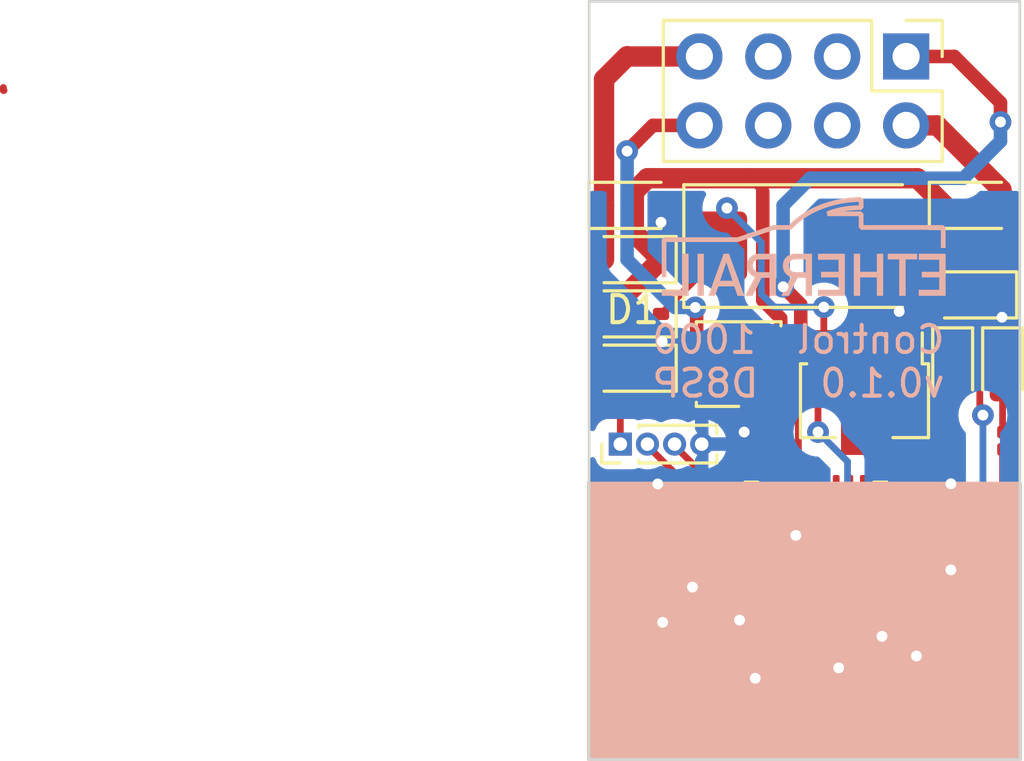
<source format=kicad_pcb>
(kicad_pcb (version 20221018) (generator pcbnew)
  (layers (0 "F.Cu" signal) (31 "B.Cu" signal) (34 "B.Paste" user) (35 "F.Paste" user) (36 "B.SilkS" user "B.Silkscreen") (37 "F.SilkS" user "F.Silkscreen") (38 "B.Mask" user) (39 "F.Mask" user) (44 "Edge.Cuts" user))
  (net 0 "")
  (net 1 "Net-(AE1-A)")
  (net 2 "Net-(D5-K)")
  (net 3 "GND")
  (net 4 "/Controller Power")
  (net 5 "Net-(U2-XTAL_P)")
  (net 6 "Net-(U2-XTAL_N)")
  (net 7 "/Power Sensing Input")
  (net 8 "/Antenna")
  (net 9 "/Unfiltered Power In")
  (net 10 "/Power Pickup Left")
  (net 11 "/Power Pickup Right")
  (net 12 "/USB Power In")
  (net 13 "Net-(D7-A)")
  (net 14 "Net-(D8-A)")
  (net 15 "/Motor Positive")
  (net 16 "/Light Rear (-)")
  (net 17 "/Motor Negative")
  (net 18 "/Light Front (-)")
  (net 19 "/Light Common (+)")
  (net 20 "Net-(U2-GPIO8)")
  (net 35 "/Motor Controlling PWM")
  (net 36 "/Motor Controlling Direction")
  (net 37 "/USB Data Negative")
  (net 38 "/USB Data Positive")
  (footprint "Package_DFN_QFN:QFN-32-1EP_5x5mm_P0.5mm_EP3.45x3.45mm" (layer "F.Cu") (at 109.9575 50.8125 90)
    (fp_text reference "U2" hide)
    (fp_text value "ESP32-C3" hide)
    (pad "1" smd roundrect (at -2.4375 -1.75 90) (size 0.875 0.25) (layers "F.Cu" "F.Paste" "F.Mask") (net 8 "/Antenna"))
    (pad "2" smd roundrect (at -2.4375 -1.25 90) (size 0.875 0.25) (layers "F.Cu" "F.Paste" "F.Mask") (net 4 "/Controller Power"))
    (pad "3" smd roundrect (at -2.4375 -0.75 90) (size 0.875 0.25) (layers "F.Cu" "F.Paste" "F.Mask") (net 4 "/Controller Power"))
    (pad "4" smd roundrect (at -2.4375 -0.25 90) (size 0.875 0.25) (layers "F.Cu" "F.Paste" "F.Mask"))
    (pad "5" smd roundrect (at -2.4375 0.25 90) (size 0.875 0.25) (layers "F.Cu" "F.Paste" "F.Mask") (net 7 "/Power Sensing Input"))
    (pad "6" smd roundrect (at -2.4375 0.75 90) (size 0.875 0.25) (layers "F.Cu" "F.Paste" "F.Mask"))
    (pad "7" smd roundrect (at -2.4375 1.25 90) (size 0.875 0.25) (layers "F.Cu" "F.Paste" "F.Mask") (net 4 "/Controller Power"))
    (pad "8" smd roundrect (at -2.4375 1.75 90) (size 0.875 0.25) (layers "F.Cu" "F.Paste" "F.Mask"))
    (pad "9" smd roundrect (at -1.75 2.4375 90) (size 0.25 0.875) (layers "F.Cu" "F.Paste" "F.Mask"))
    (pad "10" smd roundrect (at -1.25 2.4375 90) (size 0.25 0.875) (layers "F.Cu" "F.Paste" "F.Mask"))
    (pad "11" smd roundrect (at -0.75 2.4375 90) (size 0.25 0.875) (layers "F.Cu" "F.Paste" "F.Mask") (net 4 "/Controller Power"))
    (pad "12" smd roundrect (at -0.25 2.4375 90) (size 0.25 0.875) (layers "F.Cu" "F.Paste" "F.Mask"))
    (pad "13" smd roundrect (at 0.25 2.4375 90) (size 0.25 0.875) (layers "F.Cu" "F.Paste" "F.Mask"))
    (pad "14" smd roundrect (at 0.75 2.4375 90) (size 0.25 0.875) (layers "F.Cu" "F.Paste" "F.Mask") (net 20 "Net-(U2-GPIO8)"))
    (pad "15" smd roundrect (at 1.25 2.4375 90) (size 0.25 0.875) (layers "F.Cu" "F.Paste" "F.Mask"))
    (pad "16" smd roundrect (at 1.75 2.4375 90) (size 0.25 0.875) (layers "F.Cu" "F.Paste" "F.Mask"))
    (pad "17" smd roundrect (at 2.4375 1.75 90) (size 0.875 0.25) (layers "F.Cu" "F.Paste" "F.Mask") (net 4 "/Controller Power"))
    (pad "18" smd roundrect (at 2.4375 1.25 90) (size 0.875 0.25) (layers "F.Cu" "F.Paste" "F.Mask"))
    (pad "19" smd roundrect (at 2.4375 0.75 90) (size 0.875 0.25) (layers "F.Cu" "F.Paste" "F.Mask"))
    (pad "20" smd roundrect (at 2.4375 0.25 90) (size 0.875 0.25) (layers "F.Cu" "F.Paste" "F.Mask"))
    (pad "21" smd roundrect (at 2.4375 -0.25 90) (size 0.875 0.25) (layers "F.Cu" "F.Paste" "F.Mask"))
    (pad "22" smd roundrect (at 2.4375 -0.75 90) (size 0.875 0.25) (layers "F.Cu" "F.Paste" "F.Mask"))
    (pad "23" smd roundrect (at 2.4375 -1.25 90) (size 0.875 0.25) (layers "F.Cu" "F.Paste" "F.Mask") (net 36 "/Motor Controlling Direction"))
    (pad "24" smd roundrect (at 2.4375 -1.75 90) (size 0.875 0.25) (layers "F.Cu" "F.Paste" "F.Mask") (net 35 "/Motor Controlling PWM"))
    (pad "25" smd roundrect (at 1.75 -2.4375 90) (size 0.25 0.875) (layers "F.Cu" "F.Paste" "F.Mask") (net 37 "/USB Data Negative"))
    (pad "26" smd roundrect (at 1.25 -2.4375 90) (size 0.25 0.875) (layers "F.Cu" "F.Paste" "F.Mask") (net 38 "/USB Data Positive"))
    (pad "27" smd roundrect (at 0.75 -2.4375 90) (size 0.25 0.875) (layers "F.Cu" "F.Paste" "F.Mask"))
    (pad "28" smd roundrect (at 0.25 -2.4375 90) (size 0.25 0.875) (layers "F.Cu" "F.Paste" "F.Mask"))
    (pad "29" smd roundrect (at -0.25 -2.4375 90) (size 0.25 0.875) (layers "F.Cu" "F.Paste" "F.Mask") (net 6 "Net-(U2-XTAL_N)"))
    (pad "30" smd roundrect (at -0.75 -2.4375 90) (size 0.25 0.875) (layers "F.Cu" "F.Paste" "F.Mask") (net 5 "Net-(U2-XTAL_P)"))
    (pad "31" smd roundrect (at -1.25 -2.4375 90) (size 0.25 0.875) (layers "F.Cu" "F.Paste" "F.Mask") (net 4 "/Controller Power"))
    (pad "32" smd roundrect (at -1.75 -2.4375 90) (size 0.25 0.875) (layers "F.Cu" "F.Paste" "F.Mask") (net 4 "/Controller Power"))
    (pad "33" smd rect (at 0 0 90) (size 3.45 3.45) (layers "F.Cu" "F.Mask") (net 3 "GND"))
  )
  (footprint "Inductor_SMD:L_0201_0603Metric" (layer "F.Cu") (at 105.41 55.245 180)
    (fp_text reference "L1" hide)
    (fp_text value "2nH" hide)
    (pad "1" smd roundrect (at -0.32 0 180) (size 0.46 0.4) (layers "F.Cu" "F.Mask") (net 8 "/Antenna"))
    (pad "2" smd roundrect (at 0.32 0 180) (size 0.46 0.4) (layers "F.Cu" "F.Mask") (net 1 "Net-(AE1-A)"))
  )
  (footprint "Capacitor_Tantalum_SMD:CP_EIA-7343-30_AVX-N" (layer "F.Cu") (at 109.5 39.5)
    (fp_text reference "C1" hide)
    (fp_text value "100uF" hide)
    (pad "1" smd roundrect (at -3.1125 0) (size 2.075 2.55) (layers "F.Cu" "F.Paste" "F.Mask") (roundrect_rratio 0.120482) (net 2 "Net-(D5-K)"))
    (pad "2" smd roundrect (at 3.1125 0) (size 2.075 2.55) (layers "F.Cu" "F.Paste" "F.Mask") (roundrect_rratio 0.120482) (net 3 "GND"))
  )
  (footprint "Resistor_SMD:R_0201_0603Metric" (layer "F.Cu") (at 116 39.65 -90)
    (fp_text reference "R1" hide)
    (fp_text value "56k" hide)
    (pad "1" smd roundrect (at -0.32 0 270) (size 0.46 0.4) (layers "F.Cu" "F.Mask") (net 9 "/Unfiltered Power In"))
    (pad "2" smd roundrect (at 0.32 0 270) (size 0.46 0.4) (layers "F.Cu" "F.Mask") (net 7 "/Power Sensing Input"))
  )
  (footprint "Diode_SMD:D_SOD-323" (layer "F.Cu") (at 115.75 38)
    (fp_text reference "D4" hide)
    (fp_text value "D" hide)
    (pad "1" smd roundrect (at -1.05 0) (size 0.6 0.45) (layers "F.Cu" "F.Paste" "F.Mask") (net 9 "/Unfiltered Power In"))
    (pad "2" smd roundrect (at 1.05 0) (size 0.6 0.45) (layers "F.Cu" "F.Paste" "F.Mask") (net 11 "/Power Pickup Right"))
  )
  (footprint "Connector_PinHeader_1.00mm:PinHeader_1x04_P1.00mm_Vertical" (layer "F.Cu") (at 102.75 46.8 90)
    (fp_text reference "J2" hide)
    (fp_text value "Conn_01x04" hide)
    (pad "1" thru_hole rect (at 0 0 90) (size 0.85 0.85) (drill 0.5) (layers "*.Cu" "*.Mask") (net 12 "/USB Power In"))
    (pad "2" thru_hole oval (at 0 1 90) (size 0.85 0.85) (drill 0.5) (layers "*.Cu" "*.Mask") (net 38 "/USB Data Positive"))
    (pad "3" thru_hole oval (at 0 2 90) (size 0.85 0.85) (drill 0.5) (layers "*.Cu" "*.Mask") (net 37 "/USB Data Negative"))
    (pad "4" thru_hole oval (at 0 3 90) (size 0.85 0.85) (drill 0.5) (layers "*.Cu" "*.Mask") (net 3 "GND"))
  )
  (footprint "Resistor_SMD:R_0201_0603Metric" (layer "F.Cu") (at 114.5 39.65 90)
    (fp_text reference "R2" hide)
    (fp_text value "10k" hide)
    (pad "1" smd roundrect (at -0.32 0 90) (size 0.46 0.4) (layers "F.Cu" "F.Mask") (net 7 "/Power Sensing Input"))
    (pad "2" smd roundrect (at 0.32 0 90) (size 0.46 0.4) (layers "F.Cu" "F.Mask") (net 3 "GND"))
  )
  (footprint "Crystal:Crystal_SMD_3225-4Pin_3.2x2.5mm" (layer "F.Cu") (at 103.29 50.97 -90)
    (fp_text reference "Y2" hide)
    (fp_text value "Crystal_GND24" hide)
    (pad "1" smd rect (at -1.1 0.85 270) (size 1.4 1.2) (layers "F.Cu" "F.Paste" "F.Mask") (net 6 "Net-(U2-XTAL_N)"))
    (pad "2" smd rect (at 1.1 0.85 270) (size 1.4 1.2) (layers "F.Cu" "F.Paste" "F.Mask") (net 3 "GND"))
    (pad "3" smd rect (at 1.1 -0.85 270) (size 1.4 1.2) (layers "F.Cu" "F.Paste" "F.Mask") (net 5 "Net-(U2-XTAL_P)"))
    (pad "4" smd rect (at -1.1 -0.85 270) (size 1.4 1.2) (layers "F.Cu" "F.Paste" "F.Mask") (net 3 "GND"))
  )
  (footprint "Package_DFN_QFN:DFN-8-1EP_3x3mm_P0.65mm_EP1.55x2.4mm" (layer "F.Cu") (at 107.1125 43.85 180)
    (fp_text reference "U3" hide)
    (fp_text value "~" hide)
    (pad "1" smd rect (at -1.55 -0.975 180) (size 0.65 0.35) (layers "F.Cu" "F.Paste" "F.Mask") (net 35 "/Motor Controlling PWM"))
    (pad "2" smd rect (at -1.55 -0.325 180) (size 0.65 0.35) (layers "F.Cu" "F.Paste" "F.Mask") (net 36 "/Motor Controlling Direction"))
    (pad "3" smd rect (at -1.55 0.325 180) (size 0.65 0.35) (layers "F.Cu" "F.Paste" "F.Mask") (net 15 "/Motor Positive"))
    (pad "4" smd rect (at -1.55 0.975 180) (size 0.65 0.35) (layers "F.Cu" "F.Paste" "F.Mask") (net 9 "/Unfiltered Power In"))
    (pad "5" smd rect (at 1.55 0.975 180) (size 0.65 0.35) (layers "F.Cu" "F.Paste" "F.Mask") (net 17 "/Motor Negative"))
    (pad "6" smd rect (at 1.55 0.325 180) (size 0.65 0.35) (layers "F.Cu" "F.Paste" "F.Mask") (net 3 "GND"))
    (pad "7" smd rect (at 1.55 -0.325 180) (size 0.65 0.35) (layers "F.Cu" "F.Paste" "F.Mask"))
    (pad "8" smd rect (at 1.55 -0.975 180) (size 0.65 0.35) (layers "F.Cu" "F.Paste" "F.Mask"))
    (pad "9" smd rect (at 0 0 180) (size 1.55 2.4) (layers "F.Cu" "F.Mask"))
  )
  (footprint "Diode_SMD:D_SOD-323" (layer "F.Cu") (at 115.75 41.3 180)
    (fp_text reference "D3" hide)
    (fp_text value "D" hide)
    (pad "1" smd roundrect (at -1.05 0 180) (size 0.6 0.45) (layers "F.Cu" "F.Paste" "F.Mask") (net 11 "/Power Pickup Right"))
    (pad "2" smd roundrect (at 1.05 0 180) (size 0.6 0.45) (layers "F.Cu" "F.Paste" "F.Mask") (net 3 "GND"))
  )
  (footprint "Diode_SMD:D_SOD-323" (layer "F.Cu") (at 103.2 38)
    (fp_text reference "D2" hide)
    (fp_text value "D" hide)
    (pad "1" smd roundrect (at -1.05 0) (size 0.6 0.45) (layers "F.Cu" "F.Paste" "F.Mask") (net 10 "/Power Pickup Left"))
    (pad "2" smd roundrect (at 1.05 0) (size 0.6 0.45) (layers "F.Cu" "F.Paste" "F.Mask") (net 3 "GND"))
  )
  (footprint "Capacitor_SMD:C_0201_0603Metric" (layer "F.Cu") (at 109.25 54.75 -90)
    (fp_text reference "C3" hide)
    (fp_text value "1uF 10V 10%" hide)
    (pad "1" smd roundrect (at -0.32 0 270) (size 0.46 0.4) (layers "F.Cu" "F.Mask") (net 4 "/Controller Power"))
    (pad "2" smd roundrect (at 0.32 0 270) (size 0.46 0.4) (layers "F.Cu" "F.Mask") (net 3 "GND"))
  )
  (footprint "Capacitor_SMD:C_0201_0603Metric" (layer "F.Cu") (at 113.955 51.435)
    (fp_text reference "C5" hide)
    (fp_text value "100nF 10V 10%" hide)
    (pad "1" smd roundrect (at -0.32 0) (size 0.46 0.4) (layers "F.Cu" "F.Mask") (net 4 "/Controller Power"))
    (pad "2" smd roundrect (at 0.32 0) (size 0.46 0.4) (layers "F.Cu" "F.Mask") (net 3 "GND"))
  )
  (footprint "Capacitor_SMD:C_0201_0603Metric" (layer "F.Cu") (at 115.25 39.65 90)
    (fp_text reference "C11" hide)
    (fp_text value "1uF 10V 10%" hide)
    (pad "1" smd roundrect (at -0.32 0 90) (size 0.46 0.4) (layers "F.Cu" "F.Mask") (net 7 "/Power Sensing Input"))
    (pad "2" smd roundrect (at 0.32 0 90) (size 0.46 0.4) (layers "F.Cu" "F.Mask") (net 3 "GND"))
  )
  (footprint "Capacitor_SMD:C_0201_0603Metric" (layer "F.Cu") (at 105.73 52.705)
    (fp_text reference "C8" hide)
    (fp_text value "100nF 10V 10%" hide)
    (pad "1" smd roundrect (at -0.32 0) (size 0.46 0.4) (layers "F.Cu" "F.Mask") (net 4 "/Controller Power"))
    (pad "2" smd roundrect (at 0.32 0) (size 0.46 0.4) (layers "F.Cu" "F.Mask") (net 3 "GND"))
  )
  (footprint "Diode_SMD:D_SOD-323" (layer "F.Cu") (at 103.2 42 180)
    (fp_text reference "D6" hide)
    (fp_text value "D" hide)
    (pad "1" smd roundrect (at -1.05 0 180) (size 0.6 0.45) (layers "F.Cu" "F.Paste" "F.Mask") (net 2 "Net-(D5-K)"))
    (pad "2" smd roundrect (at 1.05 0 180) (size 0.6 0.45) (layers "F.Cu" "F.Paste" "F.Mask") (net 9 "/Unfiltered Power In"))
  )
  (footprint "Diode_SMD:D_SOD-323" (layer "F.Cu") (at 103.2 40 180)
    (fp_text reference "D1" (at 0 -1.85) (layer "F.SilkS"))
    (fp_text value "D" hide)
    (pad "1" smd roundrect (at -1.05 0 180) (size 0.6 0.45) (layers "F.Cu" "F.Paste" "F.Mask") (net 9 "/Unfiltered Power In"))
    (pad "2" smd roundrect (at 1.05 0 180) (size 0.6 0.45) (layers "F.Cu" "F.Paste" "F.Mask") (net 10 "/Power Pickup Left"))
  )
  (footprint "Resistor_SMD:R_0201_0603Metric" (layer "F.Cu") (at 116.84 46.675 90)
    (fp_text reference "R4" hide)
    (fp_text value "5.1k" hide)
    (pad "1" smd roundrect (at -0.32 0 90) (size 0.46 0.4) (layers "F.Cu" "F.Mask") (net 20 "Net-(U2-GPIO8)"))
    (pad "2" smd roundrect (at 0.32 0 90) (size 0.46 0.4) (layers "F.Cu" "F.Mask") (net 14 "Net-(D8-A)"))
  )
  (footprint "Package_TO_SOT_SMD:SOT-89-3" (layer "F.Cu") (at 111.75 45.2 -90)
    (fp_text reference "U1" hide)
    (fp_text value "AMS1117-3.3" hide)
    (pad "1" smd rect (at -1.95 -1.5 270) (size 1.3 0.9) (layers "F.Cu" "F.Paste" "F.Mask") (net 3 "GND"))
    (pad "2" smd custom (at -1.8625 0 270) (size 1.475 0.9) (layers "F.Cu" "F.Paste" "F.Mask") (net 4 "/Controller Power") (options (clearance outline) (anchor rect)) (primitives (gr_poly (pts (xy 3.8625 0.8665) (xy 0.7375 0.8665) (xy 0.7375 -0.8665) (xy 3.8625 -0.8665)) (width 0) (fill yes))))
    (pad "3" smd rect (at -1.95 1.5 270) (size 1.3 0.9) (layers "F.Cu" "F.Paste" "F.Mask") (net 2 "Net-(D5-K)"))
  )
  (footprint "LED_SMD:LED_0603_1608Metric" (layer "F.Cu") (at 115 44 -90)
    (fp_text reference "D7" hide)
    (fp_text value "Yellow" hide)
    (pad "1" smd roundrect (at -0.7875 0 270) (size 0.875 0.95) (layers "F.Cu" "F.Paste" "F.Mask") (net 3 "GND"))
    (pad "2" smd roundrect (at 0.7875 0 270) (size 0.875 0.95) (layers "F.Cu" "F.Paste" "F.Mask") (net 13 "Net-(D7-A)"))
  )
  (footprint "Capacitor_SMD:C_0201_0603Metric" (layer "F.Cu") (at 114 48)
    (fp_text reference "C6" hide)
    (fp_text value "1uF 10V 10%" hide)
    (pad "1" smd roundrect (at -0.32 0) (size 0.46 0.4) (layers "F.Cu" "F.Mask") (net 4 "/Controller Power"))
    (pad "2" smd roundrect (at 0.32 0) (size 0.46 0.4) (layers "F.Cu" "F.Mask") (net 3 "GND"))
  )
  (footprint "Diode_SMD:D_SOD-323" (layer "F.Cu") (at 103.2 44 180)
    (fp_text reference "D5" hide)
    (fp_text value "D" hide)
    (pad "1" smd roundrect (at -1.05 0 180) (size 0.6 0.45) (layers "F.Cu" "F.Paste" "F.Mask") (net 2 "Net-(D5-K)"))
    (pad "2" smd roundrect (at 1.05 0 180) (size 0.6 0.45) (layers "F.Cu" "F.Paste" "F.Mask") (net 12 "/USB Power In"))
  )
  (footprint "Capacitor_SMD:C_0201_0603Metric" (layer "F.Cu") (at 104.14 54.925 90)
    (fp_text reference "C13" hide)
    (fp_text value "4.7pF 10V 10%" hide)
    (pad "1" smd roundrect (at -0.32 0 90) (size 0.46 0.4) (layers "F.Cu" "F.Mask") (net 1 "Net-(AE1-A)"))
    (pad "2" smd roundrect (at 0.32 0 90) (size 0.46 0.4) (layers "F.Cu" "F.Mask") (net 3 "GND"))
  )
  (footprint "Capacitor_SMD:C_0201_0603Metric" (layer "F.Cu") (at 102.555 48.4)
    (fp_text reference "C10" hide)
    (fp_text value "15pF 16V 10%" hide)
    (pad "1" smd roundrect (at -0.32 0) (size 0.46 0.4) (layers "F.Cu" "F.Mask") (net 6 "Net-(U2-XTAL_N)"))
    (pad "2" smd roundrect (at 0.32 0) (size 0.46 0.4) (layers "F.Cu" "F.Mask") (net 3 "GND"))
  )
  (footprint "Capacitor_SMD:C_0201_0603Metric" (layer "F.Cu") (at 108.5 54.75 -90)
    (fp_text reference "C2" hide)
    (fp_text value "100nF 10V 10%" hide)
    (pad "1" smd roundrect (at -0.32 0 270) (size 0.46 0.4) (layers "F.Cu" "F.Mask") (net 4 "/Controller Power"))
    (pad "2" smd roundrect (at 0.32 0 270) (size 0.46 0.4) (layers "F.Cu" "F.Mask") (net 3 "GND"))
  )
  (footprint "Resistor_SMD:R_0201_0603Metric" (layer "F.Cu") (at 114.935 46.675 90)
    (fp_text reference "R3" hide)
    (fp_text value "5.1k" hide)
    (pad "1" smd roundrect (at -0.32 0 90) (size 0.46 0.4) (layers "F.Cu" "F.Mask") (net 4 "/Controller Power"))
    (pad "2" smd roundrect (at 0.32 0 90) (size 0.46 0.4) (layers "F.Cu" "F.Mask") (net 13 "Net-(D7-A)"))
  )
  (footprint "Connector_PinHeader_2.54mm:PinHeader_2x04_P2.54mm_Vertical" (layer "F.Cu") (at 113.284 32.512 -90)
    (fp_text reference "J1" hide)
    (fp_text value "Conn_02x04_Odd_Even" hide)
    (pad "1" thru_hole rect (at 0 0 270) (size 1.7 1.7) (drill 1) (layers "*.Cu" "*.Mask") (net 15 "/Motor Positive"))
    (pad "2" thru_hole oval (at 2.54 0 270) (size 1.7 1.7) (drill 1) (layers "*.Cu" "*.Mask") (net 11 "/Power Pickup Right"))
    (pad "3" thru_hole oval (at 0 2.54 270) (size 1.7 1.7) (drill 1) (layers "*.Cu" "*.Mask") (net 16 "/Light Rear (-)"))
    (pad "4" thru_hole oval (at 2.54 2.54 270) (size 1.7 1.7) (drill 1) (layers "*.Cu" "*.Mask") (net 19 "/Light Common (+)"))
    (pad "5" thru_hole oval (at 0 5.08 270) (size 1.7 1.7) (drill 1) (layers "*.Cu" "*.Mask"))
    (pad "6" thru_hole oval (at 2.54 5.08 270) (size 1.7 1.7) (drill 1) (layers "*.Cu" "*.Mask") (net 18 "/Light Front (-)"))
    (pad "7" thru_hole oval (at 0 7.62 270) (size 1.7 1.7) (drill 1) (layers "*.Cu" "*.Mask") (net 10 "/Power Pickup Left"))
    (pad "8" thru_hole oval (at 2.54 7.62 270) (size 1.7 1.7) (drill 1) (layers "*.Cu" "*.Mask") (net 17 "/Motor Negative"))
  )
  (footprint "RF_Antenna:Yaego ANT8010LL04R2400A" (layer "F.Cu") (at 109.5 57.25)
    (fp_text reference "AE1" hide)
    (fp_text value "Antenna" hide)
    (pad "1" smd roundrect (at -3.2385 0) (size 3.683 1.524) (layers "F.Cu" "F.Paste" "F.Mask") (net 1 "Net-(AE1-A)"))
    (pad "2" smd roundrect (at 3.2385 0) (size 3.683 1.524) (layers "F.Cu" "F.Paste" "F.Mask"))
  )
  (footprint "Capacitor_SMD:C_0201_0603Metric" (layer "F.Cu") (at 106.68 54.93 90)
    (fp_text reference "C12" hide)
    (fp_text value "4.7pF 10V 10%" hide)
    (pad "1" smd roundrect (at -0.32 0 90) (size 0.46 0.4) (layers "F.Cu" "F.Mask") (net 8 "/Antenna"))
    (pad "2" smd roundrect (at 0.32 0 90) (size 0.46 0.4) (layers "F.Cu" "F.Mask") (net 3 "GND"))
  )
  (footprint "Capacitor_SMD:C_0201_0603Metric" (layer "F.Cu") (at 103.16 53.5 180)
    (fp_text reference "C9" hide)
    (fp_text value "15pF 16V 10%" hide)
    (pad "1" smd roundrect (at -0.32 0 180) (size 0.46 0.4) (layers "F.Cu" "F.Mask") (net 5 "Net-(U2-XTAL_P)"))
    (pad "2" smd roundrect (at 0.32 0 180) (size 0.46 0.4) (layers "F.Cu" "F.Mask") (net 3 "GND"))
  )
  (footprint "Capacitor_SMD:C_0201_0603Metric" (layer "F.Cu") (at 105.73 53.34)
    (fp_text reference "C7" hide)
    (fp_text value "100nF 10V 10%" hide)
    (pad "1" smd roundrect (at -0.32 0) (size 0.46 0.4) (layers "F.Cu" "F.Mask") (net 4 "/Controller Power"))
    (pad "2" smd roundrect (at 0.32 0) (size 0.46 0.4) (layers "F.Cu" "F.Mask") (net 3 "GND"))
  )
  (footprint "Capacitor_SMD:C_0201_0603Metric" (layer "F.Cu") (at 110 54.75 -90)
    (fp_text reference "C4" hide)
    (fp_text value "10uF 10V 10%" hide)
    (pad "1" smd roundrect (at -0.32 0 270) (size 0.46 0.4) (layers "F.Cu" "F.Mask") (net 4 "/Controller Power"))
    (pad "2" smd roundrect (at 0.32 0 270) (size 0.46 0.4) (layers "F.Cu" "F.Mask") (net 3 "GND"))
  )
  (footprint "LED_SMD:LED_0603_1608Metric" (layer "F.Cu") (at 116.84 44 -90)
    (fp_text reference "D8" hide)
    (fp_text value "Yellow" hide)
    (pad "1" smd roundrect (at -0.7875 0 270) (size 0.875 0.95) (layers "F.Cu" "F.Paste" "F.Mask") (net 3 "GND"))
    (pad "2" smd roundrect (at 0.7875 0 270) (size 0.875 0.95) (layers "F.Cu" "F.Paste" "F.Mask") (net 14 "Net-(D8-A)"))
  )
  (gr_poly (pts (xy 114.740832 41.333875) (xy 113.750294 41.333875) (xy 113.750294 41.111509) (xy 114.505699 41.111509) (xy 114.505699 40.656138) (xy 113.860946 40.656138) (xy 113.860946 40.447604) (xy 114.505699 40.447604) (xy 114.505699 40.005) (xy 113.750294 40.005) (xy 113.750294 39.782634) (xy 114.740832 39.782634)) (fill solid) (layer "B.SilkS"))
  (gr_poly (pts (xy 111.616461 37.696689) (xy 111.621588 37.696799) (xy 111.626021 37.696915) (xy 111.62751 37.69696) (xy 111.628632 37.696996) (xy 111.629514 37.697026) (xy 111.629747 37.697035) (xy 111.71364 37.784136) (xy 111.71364 38.08518) (xy 111.626481 38.172339) (xy 111.602444 38.172401) (xy 111.522237 38.173536) (xy 111.443443 38.176095) (xy 111.366061 38.180077) (xy 111.290092 38.185482) (xy 111.215535 38.192307) (xy 111.142389 38.200553) (xy 111.070655 38.210217) (xy 111.000331 38.2213) (xy 110.995051 38.2222) (xy 111.626481 38.222214) (xy 111.71364 38.309373) (xy 111.713654 38.727003) (xy 114.651757 38.72701) (xy 114.738916 38.814168) (xy 114.738916 39.568921) (xy 114.564597 39.568921) (xy 114.564597 38.901321) (xy 111.626481 38.901327) (xy 111.539322 38.814168) (xy 111.539335 38.396518) (xy 110.385432 38.396532) (xy 110.350538 38.229504) (xy 110.368294 38.221837) (xy 110.43024 38.196471) (xy 110.493593 38.172636) (xy 110.558354 38.150329) (xy 110.624521 38.129551) (xy 110.692095 38.110301) (xy 110.761074 38.092576) (xy 110.831459 38.076377) (xy 110.903249 38.061702) (xy 110.976444 38.04855) (xy 111.051044 38.03692) (xy 111.127047 38.026811) (xy 111.204454 38.018222) (xy 111.363479 38.0056) (xy 111.528113 37.999046) (xy 111.539335 37.998834) (xy 111.539335 37.870994) (xy 111.534657 37.871089) (xy 111.50878 37.871694) (xy 111.481191 37.872586) (xy 111.451928 37.873785) (xy 111.421028 37.875312) (xy 111.375793 37.878006) (xy 111.329654 37.881308) (xy 111.282643 37.885236) (xy 111.234792 37.889805) (xy 111.186134 37.895034) (xy 111.136699 37.90094) (xy 111.086522 37.90754) (xy 111.035632 37.914851) (xy 110.895841 37.938112) (xy 110.756617 37.966059) (xy 110.618218 37.998824) (xy 110.480897 38.03654) (xy 110.344911 38.079342) (xy 110.210515 38.127362) (xy 110.143994 38.15337) (xy 110.077965 38.180733) (xy 110.012462 38.209468) (xy 109.947516 38.23959) (xy 109.885199 38.270101) (xy 109.823812 38.301788) (xy 109.763371 38.33466) (xy 109.70389 38.368726) (xy 109.645384 38.403992) (xy 109.587867 38.440468) (xy 109.531354 38.478161) (xy 109.47586 38.517081) (xy 109.4214 38.557234) (xy 109.367988 38.59863) (xy 109.315639 38.641276) (xy 109.264368 38.685182) (xy 109.21419 38.730354) (xy 109.165119 38.776801) (xy 109.11717 38.824532) (xy 109.070357 38.873555) (xy 109.006562 38.901327) (xy 108.419702 38.901321) (xy 107.103171 39.346432) (xy 107.075256 39.351024) (xy 104.449594 39.351017) (xy 104.449586 40.647512) (xy 104.275268 40.647512) (xy 104.275268 39.263865) (xy 104.362427 39.176706) (xy 107.060939 39.176699) (xy 108.377463 38.731601) (xy 108.405378 38.72701) (xy 108.968999 38.727003) (xy 108.974487 38.721257) (xy 109.022982 38.672038) (xy 109.072562 38.624093) (xy 109.123213 38.577415) (xy 109.174921 38.531996) (xy 109.22767 38.487827) (xy 109.281446 38.444901) (xy 109.336235 38.403209) (xy 109.392023 38.362744) (xy 109.448793 38.323498) (xy 109.506533 38.285463) (xy 109.565228 38.248631) (xy 109.624862 38.212994) (xy 109.685421 38.178544) (xy 109.746891 38.145272) (xy 109.809258 38.113172) (xy 109.872506 38.082236) (xy 109.940606 38.050647) (xy 110.009251 38.020525) (xy 110.148051 37.964606) (xy 110.288651 37.914331) (xy 110.4308 37.869552) (xy 110.574245 37.830123) (xy 110.718731 37.795895) (xy 110.864006 37.766722) (xy 111.009817 37.742455) (xy 111.062824 37.734841) (xy 111.115103 37.727965) (xy 111.166621 37.721812) (xy 111.217348 37.716362) (xy 111.267252 37.711598) (xy 111.316302 37.707502) (xy 111.364466 37.704057) (xy 111.411713 37.701243) (xy 111.44274 37.699705) (xy 111.472279 37.698479) (xy 111.52676 37.696894) (xy 111.574905 37.696344)) (fill solid) (layer "B.SilkS"))
  (gr_poly (pts (xy 105.829179 41.333875) (xy 105.594046 41.333875) (xy 105.594046 39.782634) (xy 105.829179 39.782634)) (fill solid) (layer "B.SilkS"))
  (gr_poly (pts (xy 113.690713 39.992233) (xy 113.266196 39.992233) (xy 113.266196 41.333875) (xy 113.03 41.333875) (xy 113.03 39.992233) (xy 112.605482 39.992233) (xy 112.605482 39.782634) (xy 113.690713 39.782634)) (fill solid) (layer "B.SilkS"))
  (gr_poly (pts (xy 109.815803 41.333875) (xy 109.58067 41.333875) (xy 109.58067 40.671034) (xy 109.280636 40.671034) (xy 108.960387 41.333875) (xy 108.680567 41.333875) (xy 109.040183 40.645499) (xy 109.00435 40.630479) (xy 108.987287 40.622377) (xy 108.970794 40.61388) (xy 108.95487 40.604988) (xy 108.939515 40.595701) (xy 108.92473 40.586019) (xy 108.910514 40.575943) (xy 108.896868 40.565472) (xy 108.883791 40.554606) (xy 108.871283 40.543345) (xy 108.859345 40.531689) (xy 108.847976 40.519639) (xy 108.837176 40.507193) (xy 108.826946 40.494353) (xy 108.817285 40.481118) (xy 108.808194 40.467488) (xy 108.799672 40.453464) (xy 108.791719 40.439044) (xy 108.784336 40.42423) (xy 108.777522 40.409021) (xy 108.771278 40.393417) (xy 108.765602 40.377418) (xy 108.760497 40.361025) (xy 108.75596 40.344236) (xy 108.751993 40.327053) (xy 108.748596 40.309475) (xy 108.745768 40.291502) (xy 108.743509 40.273134) (xy 108.741819 40.254372) (xy 108.740149 40.215662) (xy 108.962514 40.215662) (xy 108.962768 40.228172) (xy 108.963529 40.240432) (xy 108.964796 40.252443) (xy 108.966571 40.264205) (xy 108.968852 40.275717) (xy 108.971641 40.28698) (xy 108.974937 40.297994) (xy 108.97874 40.308758) (xy 108.98305 40.319273) (xy 108.987867 40.329538) (xy 108.99319 40.339555) (xy 108.999021 40.349321) (xy 109.005359 40.358839) (xy 109.012205 40.368107) (xy 109.019557 40.377125) (xy 109.027416 40.385895) (xy 109.035919 40.394922) (xy 109.044938 40.403383) (xy 109.054472 40.41128) (xy 109.064521 40.418611) (xy 109.075086 40.425377) (xy 109.086166 40.431578) (xy 109.097761 40.437214) (xy 109.109872 40.442284) (xy 109.122498 40.446789) (xy 109.135639 40.450729) (xy 109.149296 40.454104) (xy 109.163468 40.456913) (xy 109.178156 40.459158) (xy 109.193359 40.460837) (xy 109.209077 40.46195) (xy 109.22531 40.462499) (xy 109.58067 40.462499) (xy 109.58067 39.992233) (xy 109.212543 39.992233) (xy 109.198654 39.99242) (xy 109.18518 39.992981) (xy 109.172121 39.993916) (xy 109.159479 39.995225) (xy 109.147251 39.996908) (xy 109.13544 39.998966) (xy 109.124044 40.001397) (xy 109.113064 40.004202) (xy 109.102499 40.007382) (xy 109.09235 40.010935) (xy 109.082616 40.014862) (xy 109.073299 40.019164) (xy 109.064396 40.02384) (xy 109.05591 40.028889) (xy 109.047839 40.034313) (xy 109.040183 40.04011) (xy 109.035534 40.043567) (xy 109.031027 40.047155) (xy 109.026664 40.050874) (xy 109.022445 40.054723) (xy 109.018369 40.058704) (xy 109.014436 40.062815) (xy 109.010647 40.067057) (xy 109.007001 40.071431) (xy 109.003498 40.075935) (xy 109.000139 40.08057) (xy 108.996924 40.085336) (xy 108.993851 40.090233) (xy 108.988137 40.100419) (xy 108.982996 40.111129) (xy 108.978428 40.122363) (xy 108.974434 40.134121) (xy 108.971014 40.146402) (xy 108.968167 40.159207) (xy 108.965893 40.172535) (xy 108.964194 40.186387) (xy 108.963067 40.200763) (xy 108.962514 40.215662) (xy 108.740149 40.215662) (xy 108.741499 40.189184) (xy 108.743956 40.163479) (xy 108.747517 40.138547) (xy 108.752185 40.114388) (xy 108.757957 40.091001) (xy 108.764836 40.068388) (xy 108.772819 40.046548) (xy 108.781909 40.025481) (xy 108.792103 40.005187) (xy 108.803404 39.985666) (xy 108.81581 39.966918) (xy 108.829321 39.948943) (xy 108.843938 39.931741) (xy 108.85966 39.915312) (xy 108.876488 39.899657) (xy 108.894422 39.884774) (xy 108.909994 39.872405) (xy 108.926124 39.860835) (xy 108.942811 39.850062) (xy 108.960054 39.840088) (xy 108.977855 39.830911) (xy 108.996212 39.822533) (xy 109.015126 39.814952) (xy 109.034597 39.808169) (xy 109.054625 39.802185) (xy 109.07521 39.796998) (xy 109.096352 39.792609) (xy 109.118051 39.789018) (xy 109.140306 39.786225) (xy 109.163119 39.78423) (xy 109.186489 39.783033) (xy 109.210415 39.782634) (xy 109.815803 39.782634)) (fill solid) (layer "B.SilkS"))
  (gr_poly (pts (xy 105.267413 41.333875) (xy 104.276874 41.333875) (xy 104.276874 41.111509) (xy 105.03228 41.111509) (xy 105.03228 39.782634) (xy 105.267413 39.782634)) (fill solid) (layer "B.SilkS"))
  (gr_poly (pts (xy 107.319774 41.333875) (xy 107.07081 41.333875) (xy 106.951647 40.987027) (xy 106.363282 40.987027) (xy 106.243055 41.333875) (xy 105.995155 41.333875) (xy 106.197043 40.778492) (xy 106.430311 40.778492) (xy 106.883555 40.778492) (xy 106.659061 40.100756) (xy 106.654805 40.100756) (xy 106.430311 40.778492) (xy 106.197043 40.778492) (xy 106.559049 39.782634) (xy 106.75588 39.782634)) (fill solid) (layer "B.SilkS"))
  (gr_poly (pts (xy 111.590474 40.447604) (xy 112.204373 40.447604) (xy 112.204373 39.782634) (xy 112.439507 39.782634) (xy 112.439507 41.333875) (xy 112.204373 41.333875) (xy 112.204373 40.656138) (xy 111.590474 40.656138) (xy 111.590474 41.333875) (xy 111.35534 41.333875) (xy 111.35534 39.782634) (xy 111.590474 39.782634)) (fill solid) (layer "B.SilkS"))
  (gr_poly (pts (xy 111.027644 41.333875) (xy 110.037105 41.333875) (xy 110.037105 41.111509) (xy 110.79251 41.111509) (xy 110.79251 40.656138) (xy 110.147756 40.656138) (xy 110.147756 40.447604) (xy 110.79251 40.447604) (xy 110.79251 40.005) (xy 110.037105 40.005) (xy 110.037105 39.782634) (xy 111.027644 39.782634)) (fill solid) (layer "B.SilkS"))
  (gr_rect (start 101.6 48.26) (end 117.475 58.42) (stroke (width 0.15)) (fill solid) (layer "B.SilkS"))
  (gr_poly (pts (xy 108.486928 41.333875) (xy 108.251795 41.333875) (xy 108.251795 40.671034) (xy 107.951761 40.671034) (xy 107.631512 41.333875) (xy 107.351693 41.333875) (xy 107.711308 40.645499) (xy 107.675474 40.630479) (xy 107.658412 40.622377) (xy 107.641918 40.61388) (xy 107.625994 40.604988) (xy 107.61064 40.595701) (xy 107.595855 40.586019) (xy 107.581639 40.575943) (xy 107.567993 40.565472) (xy 107.554916 40.554606) (xy 107.542408 40.543345) (xy 107.53047 40.531689) (xy 107.519101 40.519639) (xy 107.508301 40.507193) (xy 107.498071 40.494353) (xy 107.48841 40.481118) (xy 107.479319 40.467488) (xy 107.470797 40.453464) (xy 107.462844 40.439044) (xy 107.455461 40.42423) (xy 107.448647 40.409021) (xy 107.442403 40.393417) (xy 107.436728 40.377418) (xy 107.431622 40.361025) (xy 107.427086 40.344236) (xy 107.423119 40.327053) (xy 107.419721 40.309475) (xy 107.416893 40.291502) (xy 107.414634 40.273134) (xy 107.412945 40.254372) (xy 107.411274 40.215662) (xy 107.63364 40.215662) (xy 107.633893 40.228172) (xy 107.634654 40.240432) (xy 107.635922 40.252443) (xy 107.637696 40.264205) (xy 107.639978 40.275717) (xy 107.642767 40.28698) (xy 107.646062 40.297994) (xy 107.649865 40.308758) (xy 107.654175 40.319273) (xy 107.658992 40.329538) (xy 107.664316 40.339555) (xy 107.670147 40.349321) (xy 107.676485 40.358839) (xy 107.68333 40.368107) (xy 107.690682 40.377125) (xy 107.698541 40.385895) (xy 107.707044 40.394922) (xy 107.716063 40.403383) (xy 107.725597 40.41128) (xy 107.735646 40.418611) (xy 107.746211 40.425377) (xy 107.757291 40.431578) (xy 107.768886 40.437214) (xy 107.780997 40.442284) (xy 107.793623 40.446789) (xy 107.806764 40.450729) (xy 107.820421 40.454104) (xy 107.834593 40.456913) (xy 107.849281 40.459158) (xy 107.864484 40.460837) (xy 107.880202 40.46195) (xy 107.896436 40.462499) (xy 108.251795 40.462499) (xy 108.251795 39.992233) (xy 107.883668 39.992233) (xy 107.869779 39.99242) (xy 107.856305 39.992981) (xy 107.843246 39.993916) (xy 107.830604 39.995225) (xy 107.818376 39.996908) (xy 107.806565 39.998966) (xy 107.795169 40.001397) (xy 107.784189 40.004202) (xy 107.773624 40.007382) (xy 107.763475 40.010935) (xy 107.753741 40.014862) (xy 107.744424 40.019164) (xy 107.735521 40.02384) (xy 107.727035 40.028889) (xy 107.718963 40.034313) (xy 107.711308 40.04011) (xy 107.706658 40.043567) (xy 107.702152 40.047155) (xy 107.697789 40.050874) (xy 107.69357 40.054723) (xy 107.689494 40.058704) (xy 107.685561 40.062815) (xy 107.681772 40.067057) (xy 107.678126 40.071431) (xy 107.674624 40.075935) (xy 107.671264 40.08057) (xy 107.668049 40.085336) (xy 107.664976 40.090233) (xy 107.659262 40.100419) (xy 107.654121 40.111129) (xy 107.649553 40.122363) (xy 107.645559 40.134121) (xy 107.642139 40.146402) (xy 107.639292 40.159207) (xy 107.637019 40.172535) (xy 107.635319 40.186387) (xy 107.634193 40.200763) (xy 107.63364 40.215662) (xy 107.411274 40.215662) (xy 107.412625 40.189184) (xy 107.415081 40.163479) (xy 107.418643 40.138547) (xy 107.42331 40.114388) (xy 107.429083 40.091001) (xy 107.435961 40.068388) (xy 107.443945 40.046548) (xy 107.453034 40.025481) (xy 107.463229 40.005187) (xy 107.474529 39.985666) (xy 107.486935 39.966918) (xy 107.500446 39.948943) (xy 107.515063 39.931741) (xy 107.530786 39.915312) (xy 107.547614 39.899657) (xy 107.565547 39.884774) (xy 107.58112 39.872405) (xy 107.597249 39.860835) (xy 107.613936 39.850062) (xy 107.631179 39.840088) (xy 107.64898 39.830911) (xy 107.667337 39.822533) (xy 107.686251 39.814952) (xy 107.705723 39.808169) (xy 107.725751 39.802185) (xy 107.746336 39.796998) (xy 107.767477 39.792609) (xy 107.789176 39.789018) (xy 107.811432 39.786225) (xy 107.834244 39.78423) (xy 107.857614 39.783033) (xy 107.88154 39.782634) (xy 108.486928 39.782634)) (fill solid) (layer "B.SilkS"))
  (gr_rect (start 101.6 30.48) (end 117.475 58.42) (stroke (width 0.1)) (fill none) (layer "Edge.Cuts"))
  (gr_text "Control  1000\nv0.1.0   D8SP" (at 114.792413 45.143875) (layer "B.SilkS") (effects (font (size 1 1)) (justify left bottom mirror)))
  (segment (start 80.01 33.655) (end 80.01 33.765) (width 0.25) (layer "F.Cu") (net 0))
  (segment (start 80.01 33.765) (end 80.035 33.765) (width 0.25) (layer "F.Cu") (net 0))
  (segment (start 105.09 56.0785) (end 105.09 55.245) (width 0.25) (layer "F.Cu") (net 1))
  (segment (start 106.2615 57.25) (end 105.09 56.0785) (width 0.25) (layer "F.Cu") (net 1))
  (segment (start 104.14 55.245) (end 105.09 55.245) (width 0.25) (layer "F.Cu") (net 1))
  (segment (start 106.25 40) (end 106.3875 40) (width 0.25) (layer "F.Cu") (net 2))
  (segment (start 104.25 44) (end 103.69 44) (width 0.25) (layer "F.Cu") (net 2))
  (segment (start 103.505 42.745) (end 104.25 42) (width 0.25) (layer "F.Cu") (net 2))
  (segment (start 110.25 43.25) (end 110.25 41.75) (width 0.25) (layer "F.Cu") (net 2))
  (segment (start 104.25 42) (end 106.25 40) (width 0.25) (layer "F.Cu") (net 2))
  (segment (start 106.68 39.2075) (end 106.3875 39.5) (width 0.25) (layer "F.Cu") (net 2))
  (segment (start 106 39.8875) (end 106.3875 39.5) (width 0.25) (layer "F.Cu") (net 2))
  (segment (start 106.68 38.1) (end 106.68 39.2075) (width 0.25) (layer "F.Cu") (net 2))
  (segment (start 103.69 44) (end 103.505 43.815) (width 0.25) (layer "F.Cu") (net 2))
  (segment (start 103.505 43.815) (end 103.505 42.745) (width 0.25) (layer "F.Cu") (net 2))
  (via (at 106.68 38.1) (size 0.8) (drill 0.4) (layers "F.Cu" "B.Cu") (net 2))
  (via (at 110.25 41.75) (size 0.8) (drill 0.4) (layers "F.Cu" "B.Cu") (net 2))
  (segment (start 107.95 41.275) (end 108.425 41.75) (width 0.25) (layer "B.Cu") (net 2))
  (segment (start 108.425 41.75) (end 110.25 41.75) (width 0.25) (layer "B.Cu") (net 2))
  (segment (start 107.95 39.37) (end 107.95 41.275) (width 0.25) (layer "B.Cu") (net 2))
  (segment (start 106.68 38.1) (end 107.95 39.37) (width 0.25) (layer "B.Cu") (net 2))
  (segment (start 106.68 53.75351) (end 107.14651 53.287) (width 0.25) (layer "F.Cu") (net 3))
  (segment (start 104.14 49.87) (end 104.14 48.27526) (width 0.25) (layer "F.Cu") (net 3))
  (segment (start 104.145 54.61) (end 104.14 54.605) (width 0.25) (layer "F.Cu") (net 3))
  (segment (start 106.05 53.34) (end 106.05 52.705) (width 0.25) (layer "F.Cu") (net 3))
  (segment (start 102.44 53.1) (end 102.84 53.5) (width 0.25) (layer "F.Cu") (net 3))
  (segment (start 104.14 54.605) (end 104.14 53.538497) (width 0.25) (layer "F.Cu") (net 3))
  (segment (start 108.5 55.07) (end 108.084597 55.07) (width 0.25) (layer "F.Cu") (net 3))
  (segment (start 114.275 51.435) (end 114.935 51.435) (width 0.25) (layer "F.Cu") (net 3))
  (segment (start 112.6125 41.4925) (end 112.6125 39.5) (width 0.75) (layer "F.Cu") (net 3))
  (segment (start 109.8675 50.8125) (end 109.22 50.165) (width 0.25) (layer "F.Cu") (net 3))
  (segment (start 112.7825 39.33) (end 112.6125 39.5) (width 0.25) (layer "F.Cu") (net 3))
  (segment (start 105.5625 43.525) (end 104.799598 43.525) (width 0.5) (layer "F.Cu") (net 3))
  (segment (start 114.5 39.33) (end 112.7825 39.33) (width 0.25) (layer "F.Cu") (net 3))
  (segment (start 107.09351 53.34) (end 107.14651 53.287) (width 0.25) (layer "F.Cu") (net 3))
  (segment (start 104.14 53.538497) (end 104.309139 53.369358) (width 0.25) (layer "F.Cu") (net 3))
  (segment (start 109.25 55.07) (end 108.5 55.07) (width 0.25) (layer "F.Cu") (net 3))
  (segment (start 103.745001 54.605) (end 104.14 54.605) (width 0.25) (layer "F.Cu") (net 3))
  (segment (start 108.084597 55.07) (end 107.723337 55.43126) (width 0.25) (layer "F.Cu") (net 3))
  (segment (start 102.875 48.4) (end 104 48.4) (width 0.25) (layer "F.Cu") (net 3))
  (segment (start 104.14 48.27526) (end 104.13237 48.26763) (width 0.25) (layer "F.Cu") (net 3))
  (segment (start 115 41.6) (end 114.7 41.3) (width 0.25) (layer "F.Cu") (net 3))
  (segment (start 113.2875 43.2125) (end 113.25 43.25) (width 0.25) (layer "F.Cu") (net 3))
  (segment (start 115 43.2125) (end 113.2875 43.2125) (width 0.25) (layer "F.Cu") (net 3))
  (segment (start 102.84 53.5) (end 102.84 53.699999) (width 0.25) (layer "F.Cu") (net 3))
  (segment (start 104.799598 43.525) (end 104.29505 43.020452) (width 0.5) (layer "F.Cu") (net 3))
  (segment (start 107.315 46.355) (end 106.87 46.8) (width 0.25) (layer "F.Cu") (net 3))
  (segment (start 102.44 52.07) (end 102.44 53.1) (width 0.25) (layer "F.Cu") (net 3))
  (segment (start 104 48.4) (end 104.13237 48.26763) (width 0.25) (layer "F.Cu") (net 3))
  (segment (start 113.25 42.13) (end 113.03 41.91) (width 0.25) (layer "F.Cu") (net 3))
  (segment (start 115.25 39.33) (end 114.5 39.33) (width 0.25) (layer "F.Cu") (net 3))
  (segment (start 114.32 48) (end 114.675 48) (width 0.25) (layer "F.Cu") (net 3))
  (segment (start 106.05 53.34) (end 107.09351 53.34) (width 0.25) (layer "F.Cu") (net 3))
  (segment (start 104.25 38.621848) (end 104.251576 38.623424) (width 0.25) (layer "F.Cu") (net 3))
  (segment (start 114.675 48) (end 114.935 48.26) (width 0.25) (layer "F.Cu") (net 3))
  (segment (start 116.84 42.144695) (end 116.819804 42.124499) (width 0.25) (layer "F.Cu") (net 3))
  (segment (start 106.68 54.61) (end 106.68 53.75351) (width 0.25) (layer "F.Cu") (net 3))
  (segment (start 109.9575 50.8125) (end 109.8675 50.8125) (width 0.25) (layer "F.Cu") (net 3))
  (segment (start 106.87 46.8) (end 105.75 46.8) (width 0.25) (layer "F.Cu") (net 3))
  (segment (start 110 55.07) (end 109.25 55.07) (width 0.25) (layer "F.Cu") (net 3))
  (segment (start 116.84 43.2125) (end 116.84 42.144695) (width 0.25) (layer "F.Cu") (net 3))
  (segment (start 115 43.2125) (end 115 41.6) (width 0.25) (layer "F.Cu") (net 3))
  (segment (start 113.03 41.91) (end 112.6125 41.4925) (width 0.75) (layer "F.Cu") (net 3))
  (segment (start 102.84 53.699999) (end 103.745001 54.605) (width 0.25) (layer "F.Cu") (net 3))
  (segment (start 113.25 43.25) (end 113.25 42.13) (width 0.25) (layer "F.Cu") (net 3))
  (segment (start 104.25 38) (end 104.25 38.621848) (width 0.25) (layer "F.Cu") (net 3))
  (via (at 107.315 46.355) (size 0.8) (drill 0.4) (layers "F.Cu" "B.Cu") (net 3))
  (via (at 114.935 48.26) (size 0.8) (drill 0.4) (layers "F.Cu" "B.Cu") (net 3))
  (via (at 114.935 51.435) (size 0.8) (drill 0.4) (layers "F.Cu" "B.Cu") (net 3))
  (via (at 107.723337 55.43126) (size 0.8) (drill 0.4) (layers "F.Cu" "B.Cu") (net 3))
  (via (at 104.251576 38.623424) (size 0.8) (drill 0.4) (layers "F.Cu" "B.Cu") (net 3))
  (via (at 107.14651 53.287) (size 0.8) (drill 0.4) (layers "F.Cu" "B.Cu") (net 3))
  (via (at 109.22 50.165) (size 0.8) (drill 0.4) (layers "F.Cu" "B.Cu") (net 3))
  (via (at 113.03 41.91) (size 0.8) (drill 0.4) (layers "F.Cu" "B.Cu") (net 3))
  (via (at 104.29505 43.020452) (size 0.8) (drill 0.4) (layers "F.Cu" "B.Cu") (net 3))
  (via (at 116.819804 42.124499) (size 0.8) (drill 0.4) (layers "F.Cu" "B.Cu") (net 3))
  (via (at 104.13237 48.26763) (size 0.8) (drill 0.4) (layers "F.Cu" "B.Cu") (net 3))
  (via (at 104.309139 53.369358) (size 0.8) (drill 0.4) (layers "F.Cu" "B.Cu") (net 3))
  (segment (start 104.309139 53.369358) (end 104.309139 53.509139) (width 0.25) (layer "B.Cu") (net 3))
  (segment (start 107.723337 54.201663) (end 107.95 53.975) (width 0.25) (layer "B.Cu") (net 3))
  (segment (start 107.723337 55.43126) (end 107.723337 54.201663) (width 0.25) (layer "B.Cu") (net 3))
  (segment (start 112.395 53.8855) (end 113.635 52.6455) (width 0.25) (layer "F.Cu") (net 4))
  (segment (start 113.68 48) (end 113.68 45.72) (width 0.25) (layer "F.Cu") (net 4))
  (segment (start 112.268 54.0125) (end 112.395 53.8855) (width 0.25) (layer "F.Cu") (net 4))
  (segment (start 108.7075 53.25) (end 108.7075 54.2225) (width 0.25) (layer "F.Cu") (net 4))
  (segment (start 109.25 54.43) (end 110 54.43) (width 0.25) (layer "F.Cu") (net 4))
  (segment (start 109.2075 54.3875) (end 109.25 54.43) (width 0.25) (layer "F.Cu") (net 4))
  (segment (start 110.037 45.0505) (end 111.75 43.3375) (width 0.25) (layer "F.Cu") (net 4))
  (segment (start 105.41 52.705) (end 105.41 52.07) (width 0.25) (layer "F.Cu") (net 4))
  (segment (start 112.395 51.5625) (end 113.5075 51.5625) (width 0.25) (layer "F.Cu") (net 4))
  (segment (start 107.5125 52.07) (end 107.52 52.0625) (width 0.25) (layer "F.Cu") (net 4))
  (segment (start 114.935 46.995) (end 114.735001 46.995) (width 0.25) (layer "F.Cu") (net 4))
  (segment (start 110.799499 55.0295) (end 110.799499 55.046577) (width 0.25) (layer "F.Cu") (net 4))
  (segment (start 109.2075 53.25) (end 109.2075 54.3875) (width 0.25) (layer "F.Cu") (net 4))
  (segment (start 113.305 48.375) (end 113.68 48) (width 0.25) (layer "F.Cu") (net 4))
  (segment (start 110 54.43) (end 110.199999 54.43) (width 0.25) (layer "F.Cu") (net 4))
  (segment (start 108.5 54.43) (end 109.25 54.43) (width 0.25) (layer "F.Cu") (net 4))
  (segment (start 110.037 46.355) (end 110.037 45.0505) (width 0.25) (layer "F.Cu") (net 4))
  (segment (start 111.7075 48.375) (end 113.305 48.375) (width 0.25) (layer "F.Cu") (net 4))
  (segment (start 111.2075 53.73724) (end 111.48276 54.0125) (width 0.25) (layer "F.Cu") (net 4))
  (segment (start 113.68 45.939999) (end 113.68 45.72) (width 0.25) (layer "F.Cu") (net 4))
  (segment (start 114.735001 46.995) (end 113.68 45.939999) (width 0.25) (layer "F.Cu") (net 4))
  (segment (start 110.199999 54.43) (end 110.799499 55.0295) (width 0.25) (layer "F.Cu") (net 4))
  (segment (start 108.7075 54.2225) (end 108.5 54.43) (width 0.25) (layer "F.Cu") (net 4))
  (segment (start 111.75 44.004999) (end 111.75 43.3375) (width 0.25) (layer "F.Cu") (net 4))
  (segment (start 111.2075 53.73724) (end 111.2075 53.25) (width 0.25) (layer "F.Cu") (net 4))
  (segment (start 111.48276 54.0125) (end 112.268 54.0125) (width 0.25) (layer "F.Cu") (net 4))
  (segment (start 113.68 45.2675) (end 111.75 43.3375) (width 0.25) (layer "F.Cu") (net 4))
  (segment (start 113.635 52.6455) (end 113.635 51.435) (width 0.25) (layer "F.Cu") (net 4))
  (segment (start 113.5075 51.5625) (end 113.635 51.435) (width 0.25) (layer "F.Cu") (net 4))
  (segment (start 113.68 45.72) (end 113.68 45.2675) (width 0.25) (layer "F.Cu") (net 4))
  (segment (start 105.41 53.34) (end 105.41 52.705) (width 0.25) (layer "F.Cu") (net 4))
  (segment (start 105.41 52.07) (end 107.5125 52.07) (width 0.25) (layer "F.Cu") (net 4))
  (segment (start 108.7075 53.25) (end 109.2075 53.25) (width 0.25) (layer "F.Cu") (net 4))
  (segment (start 107.52 52.5625) (end 107.52 52.0625) (width 0.25) (layer "F.Cu") (net 4))
  (via (at 110.037 46.355) (size 0.8) (drill 0.4) (layers "F.Cu" "B.Cu") (net 4))
  (via (at 105.41 52.07) (size 0.8) (drill 0.4) (layers "F.Cu" "B.Cu") (net 4))
  (via (at 112.395 53.8855) (size 0.8) (drill 0.4) (layers "F.Cu" "B.Cu") (net 4))
  (via (at 110.799499 55.046577) (size 0.8) (drill 0.4) (layers "F.Cu" "B.Cu") (net 4))
  (segment (start 111.125 52.07) (end 111.125 47.443) (width 0.25) (layer "B.Cu") (net 4))
  (segment (start 111.125 52.07) (end 105.41 52.07) (width 0.25) (layer "B.Cu") (net 4))
  (segment (start 111.76 52.705) (end 111.125 52.07) (width 0.25) (layer "B.Cu") (net 4))
  (segment (start 111.76 54.086076) (end 111.76 53.34) (width 0.25) (layer "B.Cu") (net 4))
  (segment (start 110.799499 55.046577) (end 111.76 54.086076) (width 0.25) (layer "B.Cu") (net 4))
  (segment (start 111.125 47.443) (end 110.037 46.355) (width 0.25) (layer "B.Cu") (net 4))
  (segment (start 112.395 53.8855) (end 112.3055 53.8855) (width 0.25) (layer "B.Cu") (net 4))
  (segment (start 111.76 53.34) (end 111.76 52.705) (width 0.25) (layer "B.Cu") (net 4))
  (segment (start 112.3055 53.8855) (end 111.76 53.34) (width 0.25) (layer "B.Cu") (net 4))
  (segment (start 104.14 52.07) (end 104.865 51.345) (width 0.25) (layer "F.Cu") (net 5))
  (segment (start 105.955 51.345) (end 106.1225 51.5125) (width 0.25) (layer "F.Cu") (net 5))
  (segment (start 103.48 52.73) (end 104.14 52.07) (width 0.25) (layer "F.Cu") (net 5))
  (segment (start 106.1225 51.5125) (end 107.47 51.5125) (width 0.25) (layer "F.Cu") (net 5))
  (segment (start 107.47 51.5125) (end 107.52 51.5625) (width 0.25) (layer "F.Cu") (net 5))
  (segment (start 103.48 53.5) (end 103.48 52.73) (width 0.25) (layer "F.Cu") (net 5))
  (segment (start 104.865 51.345) (end 105.955 51.345) (width 0.25) (layer "F.Cu") (net 5))
  (segment (start 102.44 49.87) (end 102.44 49.97) (width 0.25) (layer "F.Cu") (net 6))
  (segment (start 106.585 50.895) (end 106.7525 51.0625) (width 0.25) (layer "F.Cu") (net 6))
  (segment (start 102.235 49.665) (end 102.44 49.87) (width 0.25) (layer "F.Cu") (net 6))
  (segment (start 103.365 50.895) (end 106.585 50.895) (width 0.25) (layer "F.Cu") (net 6))
  (segment (start 102.44 49.97) (end 103.365 50.895) (width 0.25) (layer "F.Cu") (net 6))
  (segment (start 102.235 48.4) (end 102.235 49.665) (width 0.25) (layer "F.Cu") (net 6))
  (segment (start 106.7525 51.0625) (end 107.52 51.0625) (width 0.25) (layer "F.Cu") (net 6))
  (segment (start 116 45.615866) (end 116.1155 45.731366) (width 0.25) (layer "F.Cu") (net 7))
  (segment (start 110.48276 54.0125) (end 110.2075 53.73724) (width 0.25) (layer "F.Cu") (net 7))
  (segment (start 110.2075 53.73724) (end 110.2075 53.25) (width 0.25) (layer "F.Cu") (net 7))
  (segment (start 111.386906 54.61) (end 110.789406 54.0125) (width 0.25) (layer "F.Cu") (net 7))
  (segment (start 115.25 39.97) (end 116 39.97) (width 0.25) (layer "F.Cu") (net 7))
  (segment (start 115.25 39.97) (end 114.5 39.97) (width 0.25) (layer "F.Cu") (net 7))
  (segment (start 113.665 54.61) (end 111.386906 54.61) (width 0.25) (layer "F.Cu") (net 7))
  (segment (start 110.789406 54.0125) (end 110.48276 54.0125) (width 0.25) (layer "F.Cu") (net 7))
  (segment (start 116 39.97) (end 116 45.615866) (width 0.25) (layer "F.Cu") (net 7))
  (via (at 116.1155 45.731366) (size 0.8) (drill 0.4) (layers "F.Cu" "B.Cu") (net 7))
  (via (at 113.665 54.61) (size 0.8) (drill 0.4) (layers "F.Cu" "B.Cu") (net 7))
  (segment (start 116.1155 54.0645) (end 116.1155 45.731366) (width 0.25) (layer "B.Cu") (net 7))
  (segment (start 115.57 54.61) (end 116.1155 54.0645) (width 0.25) (layer "B.Cu") (net 7))
  (segment (start 113.665 54.61) (end 115.57 54.61) (width 0.25) (layer "B.Cu") (net 7))
  (segment (start 105.73 55.245) (end 106.675 55.245) (width 0.25) (layer "F.Cu") (net 8))
  (segment (start 106.879999 55.25) (end 107.315 54.814999) (width 0.25) (layer "F.Cu") (net 8))
  (segment (start 107.315 54.1425) (end 108.2075 53.25) (width 0.25) (layer "F.Cu") (net 8))
  (segment (start 106.675 55.245) (end 106.68 55.25) (width 0.25) (layer "F.Cu") (net 8))
  (segment (start 107.315 54.814999) (end 107.315 54.1425) (width 0.25) (layer "F.Cu") (net 8))
  (segment (start 106.68 55.25) (end 106.879999 55.25) (width 0.25) (layer "F.Cu") (net 8))
  (segment (start 108.6625 42.1625) (end 108.6625 42.875) (width 0.5) (layer "F.Cu") (net 9))
  (segment (start 116 38.4475) (end 116 39.33) (width 0.25) (layer "F.Cu") (net 9))
  (segment (start 113.7 37) (end 114.7 38) (width 0.75) (layer "F.Cu") (net 9))
  (segment (start 114.7 38) (end 115.5525 38) (width 0.25) (layer "F.Cu") (net 9))
  (segment (start 104.25 40) (end 103.25 39) (width 0.75) (layer "F.Cu") (net 9))
  (segment (start 102.15 42) (end 102.25 42) (width 0.25) (layer "F.Cu") (net 9))
  (segment (start 108 41.5) (end 108.6625 42.1625) (width 0.5) (layer "F.Cu") (net 9))
  (segment (start 107.5 37) (end 113.7 37) (width 0.75) (layer "F.Cu") (net 9))
  (segment (start 108 37.5) (end 107.5 37) (width 0.25) (layer "F.Cu") (net 9))
  (segment (start 102.25 42) (end 104.25 40) (width 0.75) (layer "F.Cu") (net 9))
  (segment (start 103.75 37) (end 107.5 37) (width 0.75) (layer "F.Cu") (net 9))
  (segment (start 108 41.5) (end 108 37.5) (width 0.5) (layer "F.Cu") (net 9))
  (segment (start 114.7 37.95) (end 114.7 38) (width 0.25) (layer "F.Cu") (net 9))
  (segment (start 103.25 37.5) (end 103.75 37) (width 0.75) (layer "F.Cu") (net 9))
  (segment (start 103.25 39) (end 103.25 37.5) (width 0.75) (layer "F.Cu") (net 9))
  (segment (start 115.5525 38) (end 116 38.4475) (width 0.25) (layer "F.Cu") (net 9))
  (segment (start 103.012 32.512) (end 105.664 32.512) (width 0.75) (layer "F.Cu") (net 10))
  (segment (start 102.15 33.35) (end 103 32.5) (width 0.75) (layer "F.Cu") (net 10))
  (segment (start 102.15 40) (end 102.15 38) (width 0.75) (layer "F.Cu") (net 10))
  (segment (start 102.15 38) (end 102.15 33.35) (width 0.75) (layer "F.Cu") (net 10))
  (segment (start 102.25 38) (end 102.15 38) (width 0.25) (layer "F.Cu") (net 10))
  (segment (start 103 32.5) (end 103.012 32.512) (width 0.25) (layer "F.Cu") (net 10))
  (segment (start 113.284 35.052) (end 114.427 35.052) (width 0.75) (layer "F.Cu") (net 11))
  (segment (start 116.8 37.425) (end 116.8 38) (width 0.75) (layer "F.Cu") (net 11))
  (segment (start 116.8 41.3) (end 116.8 38) (width 0.5) (layer "F.Cu") (net 11))
  (segment (start 114.427 35.052) (end 116.8 37.425) (width 0.75) (layer "F.Cu") (net 11))
  (segment (start 102.75 46.99) (end 102.75 44.6) (width 0.25) (layer "F.Cu") (net 12))
  (segment (start 102.75 44.6) (end 102.15 44) (width 0.25) (layer "F.Cu") (net 12))
  (segment (start 114.935 46.355) (end 114.935 44.8525) (width 0.25) (layer "F.Cu") (net 13))
  (segment (start 114.935 44.8525) (end 115 44.7875) (width 0.25) (layer "F.Cu") (net 13))
  (segment (start 116.84 46.355) (end 116.84 44.7875) (width 0.25) (layer "F.Cu") (net 14))
  (segment (start 109.2375 43.525) (end 109.4 43.3625) (width 0.5) (layer "F.Cu") (net 15))
  (segment (start 108.6625 43.525) (end 109.2375 43.525) (width 0.5) (layer "F.Cu") (net 15))
  (segment (start 115.062 32.512) (end 113.284 32.512) (width 0.5) (layer "F.Cu") (net 15))
  (segment (start 109.4 41.65) (end 108.75 41) (width 0.5) (layer "F.Cu") (net 15))
  (segment (start 116.762299 34.925) (end 116.762299 34.212299) (width 0.5) (layer "F.Cu") (net 15))
  (segment (start 116.762299 34.212299) (end 115.062 32.512) (width 0.5) (layer "F.Cu") (net 15))
  (segment (start 109.4 43.3625) (end 109.4 41.65) (width 0.5) (layer "F.Cu") (net 15))
  (via (at 116.762299 34.925) (size 0.8) (drill 0.4) (layers "F.Cu" "B.Cu") (net 15))
  (via (at 108.75 41) (size 0.8) (drill 0.4) (layers "F.Cu" "B.Cu") (net 15))
  (segment (start 108.75 38) (end 108.75 41) (width 0.5) (layer "B.Cu") (net 15))
  (segment (start 115.4 37) (end 109.75 37) (width 0.5) (layer "B.Cu") (net 15))
  (segment (start 109.75 37) (end 108.75 38) (width 0.5) (layer "B.Cu") (net 15))
  (segment (start 116.762299 34.925) (end 116.762299 35.637701) (width 0.5) (layer "B.Cu") (net 15))
  (segment (start 116.762299 35.637701) (end 115.4 37) (width 0.5) (layer "B.Cu") (net 15))
  (segment (start 103.948 35.052) (end 105.664 35.052) (width 0.5) (layer "F.Cu") (net 17))
  (segment (start 105.5625 41.8125) (end 105.5625 42.875) (width 0.5) (layer "F.Cu") (net 17))
  (segment (start 103 36) (end 103.948 35.052) (width 0.5) (layer "F.Cu") (net 17))
  (segment (start 105.512299 41.762299) (end 105.5625 41.8125) (width 0.25) (layer "F.Cu") (net 17))
  (via (at 105.512299 41.762299) (size 0.8) (drill 0.4) (layers "F.Cu" "B.Cu") (net 17))
  (via (at 103 36) (size 0.8) (drill 0.4) (layers "F.Cu" "B.Cu") (net 17))
  (segment (start 105.512299 41.762299) (end 104.762299 41.762299) (width 0.5) (layer "B.Cu") (net 17))
  (segment (start 104.762299 41.762299) (end 103 40) (width 0.5) (layer "B.Cu") (net 17))
  (segment (start 103 40) (end 103 36) (width 0.5) (layer "B.Cu") (net 17))
  (segment (start 112.395 50.0625) (end 116.3075 50.0625) (width 0.25) (layer "F.Cu") (net 20))
  (segment (start 116.3075 50.0625) (end 116.84 49.53) (width 0.25) (layer "F.Cu") (net 20))
  (segment (start 116.84 49.53) (end 116.84 46.995) (width 0.25) (layer "F.Cu") (net 20))
  (segment (start 108.2075 48.375) (end 108.2075 47.3675) (width 0.25) (layer "F.Cu") (net 35))
  (segment (start 108.2075 47.3675) (end 108.6625 46.9125) (width 0.25) (layer "F.Cu") (net 35))
  (segment (start 108.6625 46.9125) (end 108.6625 44.825) (width 0.25) (layer "F.Cu") (net 35))
  (segment (start 108.7075 47.655) (end 109.3125 47.05) (width 0.25) (layer "F.Cu") (net 36))
  (segment (start 109.3125 44.45) (end 109.0375 44.175) (width 0.25) (layer "F.Cu") (net 36))
  (segment (start 109.3125 47.05) (end 109.3125 44.45) (width 0.25) (layer "F.Cu") (net 36))
  (segment (start 108.7075 48.375) (end 108.7075 47.655) (width 0.25) (layer "F.Cu") (net 36))
  (segment (start 109.0375 44.175) (end 108.6625 44.175) (width 0.25) (layer "F.Cu") (net 36))
  (segment (start 106.951839 49.0625) (end 107.52 49.0625) (width 0.25) (layer "F.Cu") (net 37))
  (segment (start 104.75 46.8) (end 104.75 46.860661) (width 0.25) (layer "F.Cu") (net 37))
  (segment (start 104.75 46.860661) (end 106.951839 49.0625) (width 0.25) (layer "F.Cu") (net 37))
  (segment (start 104.75 46.99) (end 104.75 47.050661) (width 0.25) (layer "F.Cu") (net 37))
  (segment (start 106.451839 49.5625) (end 107.52 49.5625) (width 0.25) (layer "F.Cu") (net 38))
  (segment (start 103.75 46.860661) (end 106.451839 49.5625) (width 0.25) (layer "F.Cu") (net 38))
  (segment (start 103.75 46.8) (end 103.75 46.860661) (width 0.25) (layer "F.Cu") (net 38))
  (zone (net 3) (net_name "GND") (layer "B.Cu") (connect_pads (clearance 0.5)) (min_thickness 0.25) (fill yes (thermal_gap 0.5) (thermal_bridge_width 0.5))
    (polygon (pts (xy 101.6 37.465) (xy 117.475 37.465) (xy 117.475 53.34) (xy 113.03 53.34) (xy 111.125 55.245) (xy 101.6 55.245)))
  )
)
</source>
